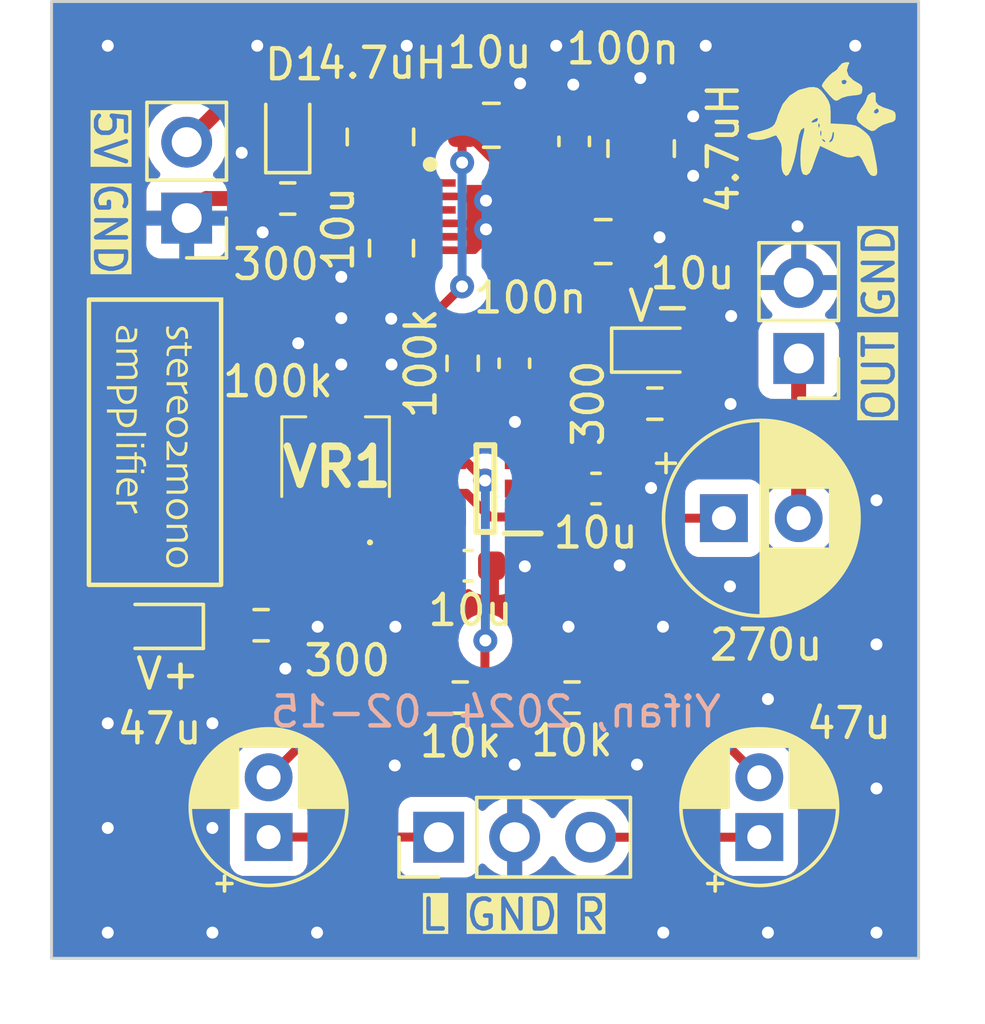
<source format=kicad_pcb>
(kicad_pcb (version 20221018) (generator pcbnew)
  (layers (0 "F.Cu" signal) (31 "B.Cu" power) (34 "B.Paste" user) (35 "F.Paste" user) (36 "B.SilkS" user "B.Silkscreen") (37 "F.SilkS" user "F.Silkscreen") (38 "B.Mask" user) (39 "F.Mask" user) (44 "Edge.Cuts" user))
  (net 0 "")
  (net 1 "+5V")
  (net 2 "GND")
  (net 3 "Net-(D2-A)")
  (net 4 "Net-(IC1-EN)")
  (net 5 "Net-(J1-Pin_3)")
  (net 6 "Net-(C6-Pad2)")
  (net 7 "Net-(J1-Pin_1)")
  (net 8 "Net-(C7-Pad2)")
  (net 9 "Net-(IC3-OUT)")
  (net 10 "Net-(J3-Pin_1)")
  (net 11 "Net-(IC1-SWP)")
  (net 12 "/SWN")
  (net 13 "Net-(D1-K)")
  (net 14 "Net-(D3-K)")
  (net 15 "/V-")
  (net 16 "/V+")
  (net 17 "Net-(IC3--IN)")
  (footprint "Capacitor_SMD:C_0805_2012Metric" (layer "F.Cu") (at 131.45 83.03)
    (fp_text reference "C2")
    (fp_text value "10u" (at 2.99 1.07) (layer "F.SilkS"))
    (pad "1" smd roundrect (at -0.95 0) (size 1 1.45) (layers "F.Cu" "F.Paste" "F.Mask") (net 15 "/V-"))
    (pad "2" smd roundrect (at 0.95 0) (size 1 1.45) (layers "F.Cu" "F.Paste" "F.Mask") (net 2 "GND"))
  )
  (footprint "Connector_PinHeader_2.54mm:PinHeader_1x02_P2.54mm_Vertical" (layer "F.Cu") (at 117.52 82.245 180)
    (fp_text reference "J2" hide)
    (fp_text value "Conn_01x02_Pin")
    (pad "1" thru_hole rect (at 0 0 180) (size 1.7 1.7) (drill 1) (layers "*.Cu" "*.Mask") (net 2 "GND"))
    (pad "2" thru_hole oval (at 0 2.54 180) (size 1.7 1.7) (drill 1) (layers "*.Cu" "*.Mask") (net 1 "+5V"))
  )
  (footprint "Resistor_SMD:R_0603_1608Metric" (layer "F.Cu") (at 120.9 81.59 180)
    (fp_text reference "R4")
    (fp_text value "300" (at 0.39 -2.2 180) (layer "F.SilkS"))
    (pad "1" smd roundrect (at -0.825 0 180) (size 0.8 0.95) (layers "F.Cu" "F.Paste" "F.Mask") (net 13 "Net-(D1-K)"))
    (pad "2" smd roundrect (at 0.825 0 180) (size 0.8 0.95) (layers "F.Cu" "F.Paste" "F.Mask") (net 2 "GND"))
  )
  (footprint "Connector_PinHeader_2.54mm:PinHeader_1x02_P2.54mm_Vertical" (layer "F.Cu") (at 137.99 86.94 180)
    (fp_text reference "J3" hide)
    (fp_text value "Conn_01x02_Pin")
    (pad "1" thru_hole rect (at 0 0 180) (size 1.7 1.7) (drill 1) (layers "*.Cu" "*.Mask") (net 10 "Net-(J3-Pin_1)"))
    (pad "2" thru_hole oval (at 0 2.54 180) (size 1.7 1.7) (drill 1) (layers "*.Cu" "*.Mask") (net 2 "GND"))
  )
  (footprint "LED_SMD:LED_0603_1608Metric" (layer "F.Cu") (at 133.217621 86.66)
    (fp_text reference "D2" hide)
    (fp_text value "LED")
    (pad "1" smd roundrect (at -0.7875 0) (size 0.875 0.95) (layers "F.Cu" "F.Paste" "F.Mask") (net 15 "/V-"))
    (pad "2" smd roundrect (at 0.7875 0) (size 0.875 0.95) (layers "F.Cu" "F.Paste" "F.Mask") (net 3 "Net-(D2-A)"))
  )
  (footprint "Capacitor_SMD:C_0603_1608Metric" (layer "F.Cu") (at 128.48 87.1 -90)
    (fp_text reference "C5")
    (fp_text value "100n" (at -2.19 -0.53) (layer "F.SilkS"))
    (pad "1" smd roundrect (at -0.775 0 270) (size 0.9 0.95) (layers "F.Cu" "F.Paste" "F.Mask") (net 4 "Net-(IC1-EN)"))
    (pad "2" smd roundrect (at 0.775 0 270) (size 0.9 0.95) (layers "F.Cu" "F.Paste" "F.Mask") (net 2 "GND"))
  )
  (footprint "Resistor_SMD:R_0603_1608Metric" (layer "F.Cu") (at 126.67 98.28 180)
    (fp_text reference "R3")
    (fp_text value "10k" (at -0.01 -1.48) (layer "F.SilkS"))
    (pad "1" smd roundrect (at -0.825 0 180) (size 0.8 0.95) (layers "F.Cu" "F.Paste" "F.Mask") (net 17 "Net-(IC3--IN)"))
    (pad "2" smd roundrect (at 0.825 0 180) (size 0.8 0.95) (layers "F.Cu" "F.Paste" "F.Mask") (net 8 "Net-(C7-Pad2)"))
  )
  (footprint "Inductor_SMD:L_1008_2520Metric" (layer "F.Cu") (at 124 79.53 90)
    (fp_text reference "L2")
    (fp_text value "4.7uH" (at 2.47 0.05 180) (layer "F.SilkS"))
    (pad "1" smd roundrect (at -1.075 0 90) (size 1.25 2.2) (layers "F.Cu" "F.Paste" "F.Mask") (roundrect_rratio 0.2) (net 11 "Net-(IC1-SWP)"))
    (pad "2" smd roundrect (at 1.075 0 90) (size 1.25 2.2) (layers "F.Cu" "F.Paste" "F.Mask") (roundrect_rratio 0.2) (net 1 "+5V"))
  )
  (footprint "Capacitor_SMD:C_0603_1608Metric" (layer "F.Cu") (at 126.94 93.87)
    (fp_text reference "C10")
    (fp_text value "10u" (at 0.07 1.49) (layer "F.SilkS"))
    (pad "1" smd roundrect (at -0.775 0) (size 0.9 0.95) (layers "F.Cu" "F.Paste" "F.Mask") (net 16 "/V+"))
    (pad "2" smd roundrect (at 0.775 0) (size 0.9 0.95) (layers "F.Cu" "F.Paste" "F.Mask") (net 2 "GND"))
  )
  (footprint "Components:SON45P300X300X80-13N-D" (layer "F.Cu") (at 127.54 82.195)
    (fp_text reference "IC1" hide)
    (fp_text value "TPS65133DPDR" hide)
    (pad "1" smd rect (at -1.45 -1.125 90) (size 0.25 0.85) (layers "F.Cu" "F.Paste" "F.Mask") (net 11 "Net-(IC1-SWP)"))
    (pad "2" smd rect (at -1.45 -0.675 90) (size 0.25 0.85) (layers "F.Cu" "F.Paste" "F.Mask") (net 2 "GND"))
    (pad "3" smd rect (at -1.45 -0.225 90) (size 0.25 0.85) (layers "F.Cu" "F.Paste" "F.Mask") (net 16 "/V+"))
    (pad "4" smd rect (at -1.45 0.225 90) (size 0.25 0.85) (layers "F.Cu" "F.Paste" "F.Mask") (net 2 "GND"))
    (pad "5" smd rect (at -1.45 0.675 90) (size 0.25 0.85) (layers "F.Cu" "F.Paste" "F.Mask") (net 2 "GND"))
    (pad "6" smd rect (at -1.45 1.125 90) (size 0.25 0.85) (layers "F.Cu" "F.Paste" "F.Mask") (net 2 "GND"))
    (pad "7" smd rect (at 1.45 1.125 90) (size 0.25 0.85) (layers "F.Cu" "F.Paste" "F.Mask") (net 4 "Net-(IC1-EN)"))
    (pad "8" smd rect (at 1.45 0.675 90) (size 0.25 0.85) (layers "F.Cu" "F.Paste" "F.Mask") (net 2 "GND"))
    (pad "9" smd rect (at 1.45 0.225 90) (size 0.25 0.85) (layers "F.Cu" "F.Paste" "F.Mask") (net 15 "/V-"))
    (pad "10" smd rect (at 1.45 -0.225 90) (size 0.25 0.85) (layers "F.Cu" "F.Paste" "F.Mask") (net 12 "/SWN"))
    (pad "11" smd rect (at 1.45 -0.675 90) (size 0.25 0.85) (layers "F.Cu" "F.Paste" "F.Mask") (net 1 "+5V"))
    (pad "12" smd rect (at 1.45 -1.125 90) (size 0.25 0.85) (layers "F.Cu" "F.Paste" "F.Mask") (net 1 "+5V"))
    (pad "13" smd rect (at 0 0) (size 1.31 2.12) (layers "F.Cu" "F.Paste" "F.Mask") (net 2 "GND"))
  )
  (footprint "Components:SOT95P280X145-5N" (layer "F.Cu") (at 127.51 91.29 180)
    (fp_text reference "IC3" hide)
    (fp_text value "OPA1677DBVR" hide)
    (pad "1" smd rect (at -1.25 -0.95 270) (size 0.6 1.2) (layers "F.Cu" "F.Paste" "F.Mask") (net 9 "Net-(IC3-OUT)"))
    (pad "2" smd rect (at -1.25 0 270) (size 0.6 1.2) (layers "F.Cu" "F.Paste" "F.Mask") (net 15 "/V-"))
    (pad "3" smd rect (at -1.25 0.95 270) (size 0.6 1.2) (layers "F.Cu" "F.Paste" "F.Mask") (net 2 "GND"))
    (pad "4" smd rect (at 1.25 0.95 270) (size 0.6 1.2) (layers "F.Cu" "F.Paste" "F.Mask") (net 17 "Net-(IC3--IN)"))
    (pad "5" smd rect (at 1.25 -0.95 270) (size 0.6 1.2) (layers "F.Cu" "F.Paste" "F.Mask") (net 16 "/V+"))
  )
  (footprint "Capacitor_THT:CP_Radial_D5.0mm_P2.00mm" (layer "F.Cu") (at 120.26 102.945113 90)
    (fp_text reference "C7")
    (fp_text value "47u" (at 3.625113 -3.65 180) (layer "F.SilkS"))
    (pad "1" thru_hole rect (at 0 0 90) (size 1.6 1.6) (drill 0.8) (layers "*.Cu" "*.Mask") (net 7 "Net-(J1-Pin_1)"))
    (pad "2" thru_hole circle (at 2 0 90) (size 1.6 1.6) (drill 0.8) (layers "*.Cu" "*.Mask") (net 8 "Net-(C7-Pad2)"))
  )
  (footprint "Capacitor_SMD:C_0603_1608Metric" (layer "F.Cu") (at 131.21 91.29)
    (fp_text reference "C9")
    (fp_text value "10u" (at -0.01 1.48) (layer "F.SilkS"))
    (pad "1" smd roundrect (at -0.775 0) (size 0.9 0.95) (layers "F.Cu" "F.Paste" "F.Mask") (net 15 "/V-"))
    (pad "2" smd roundrect (at 0.775 0) (size 0.9 0.95) (layers "F.Cu" "F.Paste" "F.Mask") (net 2 "GND"))
  )
  (footprint "Capacitor_SMD:C_0805_2012Metric" (layer "F.Cu") (at 127.71 79.14)
    (fp_text reference "C4")
    (fp_text value "10u" (at -0.06 -2.43) (layer "F.SilkS"))
    (pad "1" smd roundrect (at -0.95 0) (size 1 1.45) (layers "F.Cu" "F.Paste" "F.Mask") (net 1 "+5V"))
    (pad "2" smd roundrect (at 0.95 0) (size 1 1.45) (layers "F.Cu" "F.Paste" "F.Mask") (net 2 "GND"))
  )
  (footprint "Capacitor_SMD:C_0805_2012Metric" (layer "F.Cu") (at 124.37 83.25 -90)
    (fp_text reference "C3")
    (fp_text value "10u" (at -0.64 1.78 -90) (layer "F.SilkS"))
    (pad "1" smd roundrect (at -0.95 0 270) (size 1 1.45) (layers "F.Cu" "F.Paste" "F.Mask") (net 16 "/V+"))
    (pad "2" smd roundrect (at 0.95 0 270) (size 1 1.45) (layers "F.Cu" "F.Paste" "F.Mask") (net 2 "GND"))
  )
  (footprint "LED_SMD:LED_0603_1608Metric" (layer "F.Cu") (at 120.9 79.24 90)
    (fp_text reference "D1" (at 2.13 0.22 180) (layer "F.SilkS"))
    (fp_text value "LED")
    (pad "1" smd roundrect (at -0.7875 0 90) (size 0.875 0.95) (layers "F.Cu" "F.Paste" "F.Mask") (net 13 "Net-(D1-K)"))
    (pad "2" smd roundrect (at 0.7875 0 90) (size 0.875 0.95) (layers "F.Cu" "F.Paste" "F.Mask") (net 1 "+5V"))
  )
  (footprint "Resistor_SMD:R_0603_1608Metric" (layer "F.Cu") (at 130.41 98.28)
    (fp_text reference "R2")
    (fp_text value "10k" (at -0.01 1.44) (layer "F.SilkS"))
    (pad "1" smd roundrect (at -0.825 0) (size 0.8 0.95) (layers "F.Cu" "F.Paste" "F.Mask") (net 17 "Net-(IC3--IN)"))
    (pad "2" smd roundrect (at 0.825 0) (size 0.8 0.95) (layers "F.Cu" "F.Paste" "F.Mask") (net 6 "Net-(C6-Pad2)"))
  )
  (footprint "Inductor_SMD:L_1008_2520Metric" (layer "F.Cu") (at 132.72 79.92 90)
    (fp_text reference "L1")
    (fp_text value "4.7uH" (at 0.01 2.74 270) (layer "F.SilkS"))
    (pad "1" smd roundrect (at -1.075 0 90) (size 1.25 2.2) (layers "F.Cu" "F.Paste" "F.Mask") (roundrect_rratio 0.2) (net 12 "/SWN"))
    (pad "2" smd roundrect (at 1.075 0 90) (size 1.25 2.2) (layers "F.Cu" "F.Paste" "F.Mask") (roundrect_rratio 0.2) (net 2 "GND"))
  )
  (footprint "Resistor_SMD:R_0603_1608Metric" (layer "F.Cu") (at 120.01 95.86)
    (fp_text reference "R7")
    (fp_text value "300" (at 2.88 1.18) (layer "F.SilkS"))
    (pad "1" smd roundrect (at -0.825 0) (size 0.8 0.95) (layers "F.Cu" "F.Paste" "F.Mask") (net 14 "Net-(D3-K)"))
    (pad "2" smd roundrect (at 0.825 0) (size 0.8 0.95) (layers "F.Cu" "F.Paste" "F.Mask") (net 2 "GND"))
  )
  (footprint "Resistor_SMD:R_0603_1608Metric" (layer "F.Cu") (at 126.75 87.1 90)
    (fp_text reference "R1")
    (fp_text value "100k" (at 0 -1.4 270) (layer "F.SilkS"))
    (pad "1" smd roundrect (at -0.825 0 90) (size 0.8 0.95) (layers "F.Cu" "F.Paste" "F.Mask") (net 1 "+5V"))
    (pad "2" smd roundrect (at 0.825 0 90) (size 0.8 0.95) (layers "F.Cu" "F.Paste" "F.Mask") (net 4 "Net-(IC1-EN)"))
  )
  (footprint "Resistor_SMD:R_0603_1608Metric" (layer "F.Cu") (at 133.177621 88.45 180)
    (fp_text reference "R6")
    (fp_text value "300" (at 2.227621 0.01 90) (layer "F.SilkS"))
    (pad "1" smd roundrect (at -0.825 0 180) (size 0.8 0.95) (layers "F.Cu" "F.Paste" "F.Mask") (net 3 "Net-(D2-A)"))
    (pad "2" smd roundrect (at 0.825 0 180) (size 0.8 0.95) (layers "F.Cu" "F.Paste" "F.Mask") (net 2 "GND"))
  )
  (footprint "Capacitor_THT:CP_Radial_D5.0mm_P2.00mm" (layer "F.Cu") (at 136.67 102.945113 90)
    (fp_text reference "C6")
    (fp_text value "47u" (at 3.805113 3 180) (layer "F.SilkS"))
    (pad "1" thru_hole rect (at 0 0 90) (size 1.6 1.6) (drill 0.8) (layers "*.Cu" "*.Mask") (net 5 "Net-(J1-Pin_3)"))
    (pad "2" thru_hole circle (at 2 0 90) (size 1.6 1.6) (drill 0.8) (layers "*.Cu" "*.Mask") (net 6 "Net-(C6-Pad2)"))
  )
  (footprint "Components:PVG3A104C01R00" (layer "F.Cu") (at 122.5 90.59)
    (fp_text reference "VR1" (at 0.05 -0.02) (layer "F.SilkS") (effects (font (size 1.27 1.27) (thickness 0.254))))
    (fp_text value "PVG3A104C01R00" hide)
    (pad "1" smd rect (at 1.15 1.65 90) (size 0.9 1.1) (layers "F.Cu" "F.Paste" "F.Mask") (net 9 "Net-(IC3-OUT)"))
    (pad "2" smd rect (at 0 -1.65 90) (size 0.9 1.4) (layers "F.Cu" "F.Paste" "F.Mask") (net 17 "Net-(IC3--IN)"))
    (pad "3" smd rect (at -1.15 1.65 90) (size 0.9 1.1) (layers "F.Cu" "F.Paste" "F.Mask"))
  )
  (footprint "Connector_PinHeader_2.54mm:PinHeader_1x03_P2.54mm_Vertical" (layer "F.Cu") (at 125.95 102.95 90)
    (fp_text reference "J1" hide)
    (fp_text value "Conn_01x03_Pin")
    (pad "1" thru_hole rect (at 0 0 90) (size 1.7 1.7) (drill 1) (layers "*.Cu" "*.Mask") (net 7 "Net-(J1-Pin_1)"))
    (pad "2" thru_hole oval (at 0 2.54 90) (size 1.7 1.7) (drill 1) (layers "*.Cu" "*.Mask") (net 2 "GND"))
    (pad "3" thru_hole oval (at 0 5.08 90) (size 1.7 1.7) (drill 1) (layers "*.Cu" "*.Mask") (net 5 "Net-(J1-Pin_3)"))
  )
  (footprint "Capacitor_THT:CP_Radial_D6.3mm_P2.50mm" (layer "F.Cu") (at 135.487621 92.28)
    (fp_text reference "C8")
    (fp_text value "270u" (at 1.412379 4.24) (layer "F.SilkS"))
    (pad "1" thru_hole rect (at 0 0) (size 1.6 1.6) (drill 0.8) (layers "*.Cu" "*.Mask") (net 9 "Net-(IC3-OUT)"))
    (pad "2" thru_hole circle (at 2.5 0) (size 1.6 1.6) (drill 0.8) (layers "*.Cu" "*.Mask") (net 10 "Net-(J3-Pin_1)"))
  )
  (footprint "LOGO" (layer "F.Cu") (at 138.76 78.93)
    (fp_text reference "G***" hide)
    (fp_text value "LOGO" hide)
  )
  (footprint "LED_SMD:LED_0603_1608Metric" (layer "F.Cu") (at 116.5925 95.9 180)
    (fp_text reference "D3" hide)
    (fp_text value "LED")
    (pad "1" smd roundrect (at -0.7875 0 180) (size 0.875 0.95) (layers "F.Cu" "F.Paste" "F.Mask") (net 14 "Net-(D3-K)"))
    (pad "2" smd roundrect (at 0.7875 0 180) (size 0.875 0.95) (layers "F.Cu" "F.Paste" "F.Mask") (net 16 "/V+"))
  )
  (footprint "Capacitor_SMD:C_0603_1608Metric" (layer "F.Cu") (at 130.48 79.68 90)
    (fp_text reference "C1")
    (fp_text value "100n" (at 3.1 1.63 180) (layer "F.SilkS"))
    (pad "1" smd roundrect (at -0.775 0 90) (size 0.9 0.95) (layers "F.Cu" "F.Paste" "F.Mask") (net 1 "+5V"))
    (pad "2" smd roundrect (at 0.775 0 90) (size 0.9 0.95) (layers "F.Cu" "F.Paste" "F.Mask") (net 2 "GND"))
  )
  (gr_poly (pts (xy 113 75) (xy 142 75) (xy 142 107) (xy 113 107)) (stroke (width 0.1)) (fill none) (layer "Edge.Cuts"))
  (gr_text "Yifan, 2024-02-15" (at 135.48 99.34) (layer "B.SilkS") (effects (font (size 1 1)) (justify left bottom mirror)))
  (gr_text "V-" (at 132.19 85.77) (layer "F.SilkS") (effects (font (size 1 1)) (justify left bottom)))
  (gr_text "100k" (at 120.57 87.71) (layer "F.SilkS") (effects (font (size 1 1))))
  (gr_text "GND" (at 126.778572 106.13) (layer "F.SilkS" knockout) (effects (font (size 1 1)) (justify left bottom)))
  (gr_text "R" (at 130.43 106.13) (layer "F.SilkS" knockout) (effects (font (size 1 1)) (justify left bottom)))
  (gr_text "5V" (at 114.36 78.53 270) (layer "F.SilkS" knockout) (effects (font (size 1 1)) (justify left bottom)))
  (gr_text "V+" (at 115.74 98.07) (layer "F.SilkS") (effects (font (size 1 1)) (justify left bottom)))
  (gr_text "GND" (at 141.26 85.65 90) (layer "F.SilkS" knockout) (effects (font (size 1 1)) (justify left bottom)))
  (gr_text "GND" (at 114.36 80.98 270) (layer "F.SilkS" knockout) (effects (font (size 1 1)) (justify left bottom)))
  (gr_text "OUT" (at 141.26 89.11 90) (layer "F.SilkS" knockout) (effects (font (size 1 1)) (justify left bottom)))
  (gr_text "L" (at 125.27 106.13) (layer "F.SilkS" knockout) (effects (font (size 1 1)) (justify left bottom)))
  (gr_text_box "stereo2mono\nampplifier" (start 118.67 84.97) (end 114.25 94.51) (angle 270) (layer "F.SilkS") (effects (font (size 1 1)) (justify left top)) (stroke (width 0.15)))
  (segment (start 118.7725 78.4525) (end 117.52 79.705) (width 0.5) (layer "F.Cu") (net 1))
  (segment (start 128.075 80.455) (end 129.04 80.455) (width 0.5) (layer "F.Cu") (net 1))
  (segment (start 123.9975 78.4525) (end 124 78.455) (width 0.5) (layer "F.Cu") (net 1))
  (segment (start 120.9 78.4525) (end 123.9975 78.4525) (width 0.5) (layer "F.Cu") (net 1))
  (segment (start 124 78.455) (end 126.075 78.455) (width 0.5) (layer "F.Cu") (net 1))
  (segment (start 126.731557 80.38598) (end 126.731557 79.168443) (width 0.3) (layer "F.Cu") (net 1))
  (segment (start 128.99 81.07) (end 128.99 81.495) (width 0.3) (layer "F.Cu") (net 1))
  (segment (start 129.04 80.455) (end 130.48 80.455) (width 0.5) (layer "F.Cu") (net 1))
  (segment (start 128.99 80.505) (end 129.04 80.455) (width 0.3) (layer "F.Cu") (net 1))
  (segment (start 126.075 78.455) (end 126.76 79.14) (width 0.5) (layer "F.Cu") (net 1))
  (segment (start 126.731557 79.168443) (end 126.76 79.14) (width 0.3) (layer "F.Cu") (net 1))
  (segment (start 126.76 79.14) (end 128.075 80.455) (width 0.5) (layer "F.Cu") (net 1))
  (segment (start 126.75 87.925) (end 125.925 87.1) (width 0.3) (layer "F.Cu") (net 1))
  (segment (start 125.925 87.1) (end 125.925 85.335) (width 0.3) (layer "F.Cu") (net 1))
  (segment (start 128.99 81.07) (end 128.99 80.505) (width 0.3) (layer "F.Cu") (net 1))
  (segment (start 125.925 85.335) (end 126.73 84.53) (width 0.3) (layer "F.Cu") (net 1))
  (segment (start 120.9 78.4525) (end 118.7725 78.4525) (width 0.5) (layer "F.Cu") (net 1))
  (via (at 126.73 84.53) (size 0.8) (drill 0.4) (layers "F.Cu" "B.Cu") (net 1))
  (via (at 126.731557 80.38598) (size 0.8) (drill 0.4) (layers "F.Cu" "B.Cu") (net 1))
  (segment (start 126.73 80.387537) (end 126.731557 80.38598) (width 0.3) (layer "B.Cu") (net 1))
  (segment (start 126.73 84.53) (end 126.73 80.387537) (width 0.3) (layer "B.Cu") (net 1))
  (segment (start 126.09 82.42) (end 127.315 82.42) (width 0.25) (layer "F.Cu") (net 2))
  (segment (start 127.54 82.92) (end 127.54 82.195) (width 0.25) (layer "F.Cu") (net 2))
  (segment (start 126.09 83.32) (end 127.14 83.32) (width 0.25) (layer "F.Cu") (net 2))
  (segment (start 128.215 82.87) (end 127.54 82.195) (width 0.25) (layer "F.Cu") (net 2))
  (segment (start 127.315 82.42) (end 127.54 82.195) (width 0.25) (layer "F.Cu") (net 2))
  (segment (start 126.09 83.32) (end 125.25 83.32) (width 0.25) (layer "F.Cu") (net 2))
  (segment (start 132.72 78.845) (end 134.455 78.845) (width 0.5) (layer "F.Cu") (net 2))
  (segment (start 121.85 95.86) (end 121.9 95.91) (width 0.3) (layer "F.Cu") (net 2))
  (segment (start 126.865 81.52) (end 127.54 82.195) (width 0.25) (layer "F.Cu") (net 2))
  (segment (start 131.985 91.29) (end 133.03 91.29) (width 0.5) (layer "F.Cu") (net 2))
  (segment (start 133.19 83.03) (end 134.46 81.76) (width 0.5) (layer "F.Cu") (net 2))
  (segment (start 132.72 77.59) (end 132.69 77.56) (width 0.5) (layer "F.Cu") (net 2))
  (segment (start 128.76 90.34) (end 128.76 89.32) (width 0.5) (layer "F.Cu") (net 2))
  (segment (start 120.075 82.705) (end 120.06 82.72) (width 0.5) (layer "F.Cu") (net 2))
  (segment (start 128.48 87.875) (end 128.48 89.04) (width 0.5) (layer "F.Cu") (net 2))
  (segment (start 130.48 77.81) (end 130.45 77.78) (width 0.5) (layer "F.Cu") (net 2))
  (segment (start 134.46 81.76) (end 134.46 78.84) (width 0.5) (layer "F.Cu") (net 2))
  (segment (start 127.14 83.32) (end 127.54 82.92) (width 0.25) (layer "F.Cu") (net 2))
  (segment (start 125.25 83.32) (end 124.37 84.2) (width 0.25) (layer "F.Cu") (net 2))
  (segment (start 127.715 93.87) (end 128.81 93.87) (width 0.3) (layer "F.Cu") (net 2))
  (segment (start 128.76 89.32) (end 128.5 89.06) (width 0.5) (layer "F.Cu") (net 2))
  (segment (start 120.075 81.59) (end 118.175 81.59) (width 0.5) (layer "F.Cu") (net 2))
  (segment (start 134.455 78.845) (end 134.46 78.84) (width 0.5) (layer "F.Cu") (net 2))
  (segment (start 118.175 81.59) (end 117.52 82.245) (width 0.5) (layer "F.Cu") (net 2))
  (segment (start 128.66 77.75) (end 128.67 77.74) (width 0.5) (layer "F.Cu") (net 2))
  (segment (start 128.48 89.04) (end 128.5 89.06) (width 0.5) (layer "F.Cu") (net 2))
  (segment (start 131.985 91.29) (end 131.985 88.817621) (width 0.5) (layer "F.Cu") (net 2))
  (segment (start 126.865 82.87) (end 127.54 82.195) (width 0.25) (layer "F.Cu") (net 2))
  (segment (start 130.48 78.905) (end 130.48 77.81) (width 0.5) (layer "F.Cu") (net 2))
  (segment (start 128.895 78.905) (end 128.66 79.14) (width 0.5) (layer "F.Cu") (net 2))
  (segment (start 126.09 81.52) (end 126.865 81.52) (width 0.25) (layer "F.Cu") (net 2))
  (segment (start 128.66 79.14) (end 128.66 77.75) (width 0.5) (layer "F.Cu") (net 2))
  (segment (start 132.72 78.845) (end 132.72 77.59) (width 0.5) (layer "F.Cu") (net 2))
  (segment (start 120.075 81.59) (end 120.075 82.705) (width 0.5) (layer "F.Cu") (net 2))
  (segment (start 130.48 78.905) (end 128.895 78.905) (width 0.5) (layer "F.Cu") (net 2))
  (segment (start 130.48 78.905) (end 132.66 78.905) (width 0.5) (layer "F.Cu") (net 2))
  (segment (start 120.835 95.86) (end 121.85 95.86) (width 0.3) (layer "F.Cu") (net 2))
  (segment (start 128.81 93.87) (end 128.83 93.89) (width 0.3) (layer "F.Cu") (net 2))
  (segment (start 132.4 83.03) (end 133.19 83.03) (width 0.5) (layer "F.Cu") (net 2))
  (segment (start 128.99 82.87) (end 128.215 82.87) (width 0.25) (layer "F.Cu") (net 2))
  (segment (start 126.09 82.87) (end 126.865 82.87) (width 0.25) (layer "F.Cu") (net 2))
  (segment (start 133.03 91.29) (end 133.05 91.27) (width 0.5) (layer "F.Cu") (net 2))
  (segment (start 132.66 78.905) (end 132.72 78.845) (width 0.5) (layer "F.Cu") (net 2))
  (segment (start 131.985 88.817621) (end 132.352621 88.45) (width 0.5) (layer "F.Cu") (net 2))
  (via (at 132.69 77.56) (size 0.8) (drill 0.4) (layers "F.Cu" "B.Cu") (net 2))
  (via (at 134.46 78.84) (size 0.8) (drill 0.4) (layers "F.Cu" "B.Cu") (net 2))
  (via (at 133.05 91.27) (size 0.8) (drill 0.4) (layers "F.Cu" "B.Cu") (net 2))
  (via (at 136.96 106.14) (size 0.8) (drill 0.4) (layers "F.Cu" "B.Cu") (net 2))
  (via (at 132.58 100.52) (size 0.8) (drill 0.4) (layers "F.Cu" "B.Cu") (net 2))
  (via (at 118.38 99.14) (size 0.8) (drill 0.4) (layers "F.Cu" "B.Cu") (net 2))
  (via (at 130.29 95.91) (size 0.8) (drill 0.4) (layers "F.Cu" "B.Cu") (net 2))
  (via (at 134.46 80.83) (size 0.8) (drill 0.4) (layers "F.Cu" "B.Cu") (net 2))
  (via (at 136.96 98.33) (size 0.8) (drill 0.4) (layers "F.Cu" "B.Cu") (net 2))
  (via (at 119.36 80.06) (size 0.8) (drill 0.4) (layers "F.Cu" "B.Cu") (net 2))
  (via (at 140.59 96.5) (size 0.8) (drill 0.4) (layers "F.Cu" "B.Cu") (net 2))
  (via (at 118.38 106.14) (size 0.8) (drill 0.4) (layers "F.Cu" "B.Cu") (net 2))
  (via (at 128.67 77.74) (size 0.8) (drill 0.4) (layers "F.Cu" "B.Cu") (net 2))
  (via (at 122.69 84.21) (size 0.8) (drill 0.4) (layers "F.Cu" "B.Cu") (net 2))
  (via (at 122.69 85.59) (size 0.8) (drill 0.4) (layers "F.Cu" "B.Cu") (net 2))
  (via (at 133.335 82.885) (size 0.8) (drill 0.4) (layers "F.Cu" "B.Cu") (net 2))
  (via (at 134.88 76.48) (size 0.8) (drill 0.4) (layers "F.Cu" "B.Cu") (net 2))
  (via (at 140.59 91.68) (size 0.8) (drill 0.4) (layers "F.Cu" "B.Cu") (net 2))
  (via (at 120.82 97.31) (size 0.8) (drill 0.4) (layers "F.Cu" "B.Cu") (net 2))
  (via (at 140.59 106.14) (size 0.8) (drill 0.4) (layers "F.Cu" "B.Cu") (net 2))
  (via (at 114.88 99.14) (size 0.8) (drill 0.4) (layers "F.Cu" "B.Cu") (net 2))
  (via (at 114.88 76.48) (size 0.8) (drill 0.4) (layers "F.Cu" "B.Cu") (net 2))
  (via (at 121.25 86.43) (size 0.8) (drill 0.4) (layers "F.Cu" "B.Cu") (net 2))
  (via (at 127.53 81.66) (size 0.8) (drill 0.4) (layers "F.Cu" "B.Cu") (net 2))
  (via (at 124.48 100.55) (size 0.8) (drill 0.4) (layers "F.Cu" "B.Cu") (net 2))
  (via (at 135.71 88.46) (size 0.8) (drill 0.4) (layers "F.Cu" "B.Cu") (net 2))
  (via (at 132 93.86) (size 0.8) (drill 0.4) (layers "F.Cu" "B.Cu") (net 2))
  (via (at 121.9 95.91) (size 0.8) (drill 0.4) (layers "F.Cu" "B.Cu") (net 2))
  (via (at 137.95 82.52) (size 0.8) (drill 0.4) (layers "F.Cu" "B.Cu") (net 2))
  (via (at 139.88 76.48) (size 0.8) (drill 0.4) (layers "F.Cu" "B.Cu") (net 2))
  (via (at 135.69 94.56) (size 0.8) (drill 0.4) (layers "F.Cu" "B.Cu") (net 2))
  (via (at 128.83 93.89) (size 0.8) (drill 0.4) (layers "F.Cu" "B.Cu") (net 2))
  (via (at 128.5 89.06) (size 0.8) (drill 0.4) (layers "F.Cu" "B.Cu") (net 2))
  (via (at 128.49 100.52) (size 0.8) (drill 0.4) (layers "F.Cu" "B.Cu") (net 2))
  (via (at 124.88 76.48) (size 0.8) (drill 0.4) (layers "F.Cu" "B.Cu") (net 2))
  (via (at 124.5 95.91) (size 0.8) (drill 0.4) (layers "F.Cu" "B.Cu") (net 2))
  (via (at 133.46 106.14) (size 0.8) (drill 0.4) (layers "F.Cu" "B.Cu") (net 2))
  (via (at 124.37 87.14) (size 0.8) (drill 0.4) (layers "F.Cu" "B.Cu") (net 2))
  (via (at 129.88 76.48) (size 0.8) (drill 0.4) (layers "F.Cu" "B.Cu") (net 2))
  (via (at 122.69 87.14) (size 0.8) (drill 0.4) (layers "F.Cu" "B.Cu") (net 2))
  (via (at 135.73 85.52) (size 0.8) (drill 0.4) (layers "F.Cu" "B.Cu") (net 2))
  (via (at 118.38 102.64) (size 0.8) (drill 0.4) (layers "F.Cu" "B.Cu") (net 2))
  (via (at 124.36 85.61) (size 0.8) (drill 0.4) (layers "F.Cu" "B.Cu") (net 2))
  (via (at 127.53 82.62) (size 0.8) (drill 0.4) (layers "F.Cu" "B.Cu") (net 2))
  (via (at 114.88 102.64) (size 0.8) (drill 0.4) (layers "F.Cu" "B.Cu") (net 2))
  (via (at 133.45 95.91) (size 0.8) (drill 0.4) (layers "F.Cu" "B.Cu") (net 2))
  (via (at 121.88 106.14) (size 0.8) (drill 0.4) (layers "F.Cu" "B.Cu") (net 2))
  (via (at 140.59 101.32) (size 0.8) (drill 0.4) (layers "F.Cu" "B.Cu") (net 2))
  (via (at 120.06 82.72) (size 0.8) (drill 0.4) (layers "F.Cu" "B.Cu") (net 2))
  (via (at 114.88 106.14) (size 0.8) (drill 0.4) (layers "F.Cu" "B.Cu") (net 2))
  (via (at 119.88 76.48) (size 0.8) (drill 0.4) (layers "F.Cu" "B.Cu") (net 2))
  (via (at 130.45 77.78) (size 0.8) (drill 0.4) (layers "F.Cu" "B.Cu") (net 2))
  (segment (start 134.005121 88.4475) (end 134.002621 88.45) (width 0.3) (layer "F.Cu") (net 3))
  (segment (start 134.005121 86.66) (end 134.005121 88.4475) (width 0.3) (layer "F.Cu") (net 3))
  (segment (start 128.48 86.325) (end 128.48 85.59) (width 0.3) (layer "F.Cu") (net 4))
  (segment (start 128.48 86.325) (end 126.8 86.325) (width 0.3) (layer "F.Cu") (net 4))
  (segment (start 126.8 86.325) (end 126.75 86.275) (width 0.3) (layer "F.Cu") (net 4))
  (segment (start 128.48 85.59) (end 128.99 85.08) (width 0.3) (layer "F.Cu") (net 4))
  (segment (start 128.99 85.08) (end 128.99 83.345) (width 0.3) (layer "F.Cu") (net 4))
  (segment (start 136.665113 102.95) (end 136.67 102.945113) (width 0.3) (layer "F.Cu") (net 5))
  (segment (start 131.03 102.95) (end 136.665113 102.95) (width 0.3) (layer "F.Cu") (net 5))
  (segment (start 134.004887 98.28) (end 136.67 100.945113) (width 0.3) (layer "F.Cu") (net 6))
  (segment (start 131.235 98.28) (end 134.004887 98.28) (width 0.3) (layer "F.Cu") (net 6))
  (segment (start 125.945113 102.945113) (end 125.95 102.95) (width 0.3) (layer "F.Cu") (net 7))
  (segment (start 120.26 102.945113) (end 125.945113 102.945113) (width 0.3) (layer "F.Cu") (net 7))
  (segment (start 125.845 98.28) (end 122.925113 98.28) (width 0.3) (layer "F.Cu") (net 8))
  (segment (start 122.925113 98.28) (end 120.26 100.945113) (width 0.3) (layer "F.Cu") (net 8))
  (segment (start 127.659339 92.24) (end 128.76 92.24) (width 0.3) (layer "F.Cu") (net 9))
  (segment (start 126.86967 91.450331) (end 127.659339 92.24) (width 0.3) (layer "F.Cu") (net 9))
  (segment (start 124.439669 91.450331) (end 126.86967 91.450331) (width 0.3) (layer "F.Cu") (net 9))
  (segment (start 128.8 92.28) (end 128.76 92.24) (width 0.3) (layer "F.Cu") (net 9))
  (segment (start 123.65 92.24) (end 124.439669 91.450331) (width 0.3) (layer "F.Cu") (net 9))
  (segment (start 135.487621 92.28) (end 128.8 92.28) (width 0.3) (layer "F.Cu") (net 9))
  (segment (start 135.447621 92.24) (end 135.487621 92.28) (width 0.3) (layer "F.Cu") (net 9))
  (segment (start 137.987621 86.942379) (end 137.99 86.94) (width 0.5) (layer "F.Cu") (net 10))
  (segment (start 137.987621 92.28) (end 137.987621 86.942379) (width 0.5) (layer "F.Cu") (net 10))
  (segment (start 124.465 81.07) (end 124 80.605) (width 0.25) (layer "F.Cu") (net 11))
  (segment (start 126.09 81.07) (end 124.465 81.07) (width 0.25) (layer "F.Cu") (net 11))
  (segment (start 131.745 81.97) (end 132.72 80.995) (width 0.25) (layer "F.Cu") (net 12))
  (segment (start 128.99 81.97) (end 131.745 81.97) (width 0.25) (layer "F.Cu") (net 12))
  (segment (start 121.725 80.8525) (end 120.9 80.0275) (width 0.3) (layer "F.Cu") (net 13))
  (segment (start 121.725 81.59) (end 121.725 80.8525) (width 0.3) (layer "F.Cu") (net 13))
  (segment (start 117.38 95.9) (end 119.145 95.9) (width 0.3) (layer "F.Cu") (net 14))
  (segment (start 119.145 95.9) (end 119.185 95.86) (width 0.3) (layer "F.Cu") (net 14))
  (segment (start 130.435 91.29) (end 128.76 91.29) (width 0.5) (layer "F.Cu") (net 15))
  (segment (start 129.89 82.42) (end 128.99 82.42) (width 0.25) (layer "F.Cu") (net 15))
  (segment (start 130.5 83.03) (end 129.89 82.42) (width 0.25) (layer "F.Cu") (net 15))
  (segment (start 132.430121 86.66) (end 130.455 86.66) (width 0.3) (layer "F.Cu") (net 15))
  (segment (start 130.435 91.29) (end 130.435 83.095) (width 0.5) (layer "F.Cu") (net 15))
  (segment (start 130.435 83.095) (end 130.5 83.03) (width 0.5) (layer "F.Cu") (net 15))
  (segment (start 122.8 82.3) (end 119.55 85.55) (width 0.5) (layer "F.Cu") (net 16))
  (segment (start 119.55 92.71) (end 120.71 93.87) (width 0.5) (layer "F.Cu") (net 16))
  (segment (start 119.55 85.55) (end 119.55 89.09) (width 0.5) (layer "F.Cu") (net 16))
  (segment (start 115.805 95.9) (end 115.805 90.615) (width 0.3) (layer "F.Cu") (net 16))
  (segment (start 119.55 89.09) (end 119.55 92.71) (width 0.5) (layer "F.Cu") (net 16))
  (segment (start 115.805 90.615) (end 117.45 88.97) (width 0.3) (layer "F.Cu") (net 16))
  (segment (start 126.155 92.345) (end 126.26 92.24) (width 0.3) (layer "F.Cu") (net 16))
  (segment (start 117.45 88.97) (end 119.43 88.97) (width 0.3) (layer "F.Cu") (net 16))
  (segment (start 126.09 81.97) (end 124.7 81.97) (width 0.25) (layer "F.Cu") (net 16))
  (segment (start 124.37 82.3) (end 122.8 82.3) (width 0.5) (layer "F.Cu") (net 16))
  (segment (start 126.165 93.87) (end 126.165 92.335) (width 0.5) (layer "F.Cu") (net 16))
  (segment (start 119.43 88.97) (end 119.55 89.09) (width 0.3) (layer "F.Cu") (net 16))
  (segment (start 126.165 92.335) (end 126.26 92.24) (width 0.5) (layer "F.Cu") (net 16))
  (segment (start 120.71 93.87) (end 126.165 93.87) (width 0.5) (layer "F.Cu") (net 16))
  (segment (start 124.7 81.97) (end 124.37 82.3) (width 0.25) (layer "F.Cu") (net 16))
  (segment (start 122.5 88.94) (end 124.86 88.94) (width 0.3) (layer "F.Cu") (net 17))
  (segment (start 124.86 88.94) (end 126.26 90.34) (width 0.3) (layer "F.Cu") (net 17))
  (segment (start 126.26 90.34) (end 126.82 90.34) (width 0.3) (layer "F.Cu") (net 17))
  (segment (start 127.495 96.385) (end 127.51 96.37) (width 0.3) (layer "F.Cu") (net 17))
  (segment (start 127.495 98.28) (end 129.585 98.28) (width 0.3) (layer "F.Cu") (net 17))
  (segment (start 127.495 98.28) (end 127.495 96.385) (width 0.3) (layer "F.Cu") (net 17))
  (segment (start 126.82 90.34) (end 127.5 91.02) (width 0.3) (layer "F.Cu") (net 17))
  (via (at 127.5 91.02) (size 0.8) (drill 0.4) (layers "F.Cu" "B.Cu") (net 17))
  (via (at 127.51 96.37) (size 0.8) (drill 0.4) (layers "F.Cu" "B.Cu") (net 17))
  (segment (start 127.51 96.37) (end 127.51 91.03) (width 0.3) (layer "B.Cu") (net 17))
  (segment (start 127.51 91.03) (end 127.5 91.02) (width 0.3) (layer "B.Cu") (net 17))
  (zone (net 16) (net_name "/V+") (layer "F.Cu") (priority 4) (connect_pads yes (clearance 0)) (min_thickness 0.25) (fill yes (thermal_gap 0.5) (thermal_bridge_width 0.5))
    (polygon (pts (xy 116.75 93.24) (xy 125.16 93.24) (xy 125.16 94.74) (xy 116.75 94.74)))
  )
  (zone (net 15) (net_name "/V-") (layer "F.Cu") (priority 3) (connect_pads (clearance 0.5)) (min_thickness 0.25) (fill yes (thermal_gap 0.5) (thermal_bridge_width 0.5))
    (polygon (pts (xy 130.25 82.32) (xy 132.88 82.3) (xy 132.88 88.89) (xy 132.88 91.77) (xy 129.78 91.75) (xy 129.78 82.32)))
  )
  (zone (net 16) (net_name "/V+") (layer "F.Cu") (priority 5) (connect_pads (clearance 0.5)) (min_thickness 0.25) (fill yes (thermal_gap 0.5) (thermal_bridge_width 0.5))
    (polygon (pts (xy 113 83.61) (xy 121.52 83.61) (xy 119.95 85.17) (xy 119.96 92.77) (xy 121.08 93.85) (xy 121.08 94.74) (xy 113 94.74)))
  )
  (zone (net 0) (net_name "") (layer "F.Cu") (connect_pads (clearance 0)) (min_thickness 0.25)
    (keepout (tracks allowed) (vias allowed) (pads allowed) (copperpour not_allowed) (footprints allowed))
    (fill (thermal_gap 0.5) (thermal_bridge_width 0.5))
    (polygon (pts (xy 124.98 81.77) (xy 124.96 80.43) (xy 129.72 80.43) (xy 129.86 90.39) (xy 125.44 90.39) (xy 125.46 84.92) (xy 125 84.93) (xy 124.95 81.72)))
  )
  (zone (net 0) (net_name "") (layer "F.Cu") (connect_pads (clearance 0)) (min_thickness 0.25)
    (keepout (tracks allowed) (vias allowed) (pads allowed) (copperpour not_allowed) (footprints allowed))
    (fill (thermal_gap 0.5) (thermal_bridge_width 0.5))
    (polygon (pts (xy 120.3 87.97) (xy 125.46 87.97) (xy 125.46 92.67) (xy 120.31 91.5) (xy 120.3 87.96)))
  )
  (zone (net 2) (net_name "GND") (layer "F.Cu") (priority 2) (connect_pads (clearance 0.5)) (min_thickness 0.25) (fill yes (thermal_gap 0.5) (thermal_bridge_width 0.5))
    (polygon (pts (xy 113 75) (xy 142 75) (xy 142 107) (xy 113 107)))
  )
  (zone (net 12) (net_name "/SWN") (layer "F.Cu") (priority 1) (connect_pads yes (clearance 0)) (min_thickness 0.25) (fill yes (thermal_gap 0.5) (thermal_bridge_width 0.5))
    (polygon (pts (xy 129.87 82.09) (xy 132.01 82.09) (xy 132.01 81.21) (xy 129.87 81.21)))
  )
  (zone (net 2) (net_name "GND") (layer "B.Cu") (connect_pads (clearance 0.5)) (min_thickness 0.25) (fill yes (thermal_gap 0.5) (thermal_bridge_width 0.5))
    (polygon (pts (xy 113 75) (xy 142 75) (xy 142 107) (xy 113 107)))
  )
)
</source>
